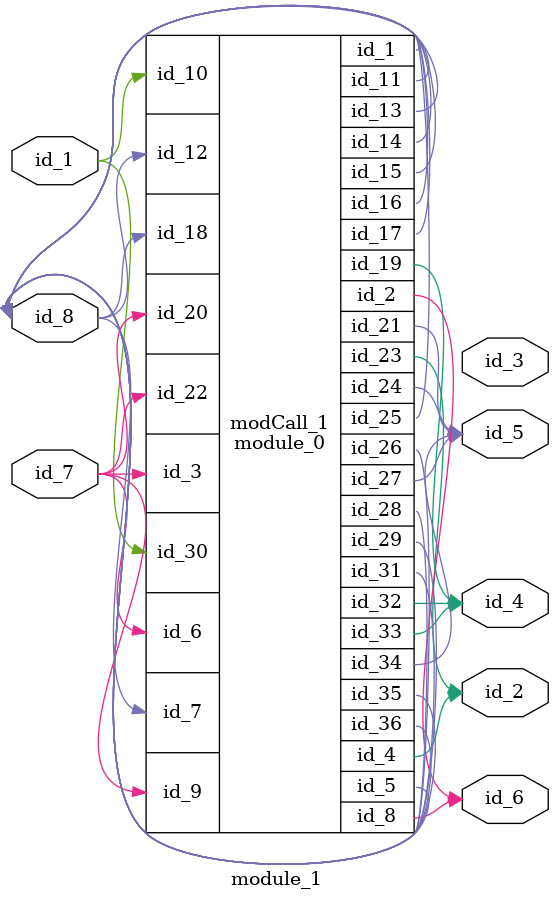
<source format=v>
module module_0 (
    id_1,
    id_2,
    id_3,
    id_4,
    id_5,
    id_6,
    id_7,
    id_8,
    id_9,
    id_10,
    id_11,
    id_12,
    id_13,
    id_14,
    id_15,
    id_16,
    id_17,
    id_18,
    id_19,
    id_20,
    id_21,
    id_22,
    id_23,
    id_24,
    id_25,
    id_26,
    id_27,
    id_28,
    id_29,
    id_30,
    id_31,
    id_32,
    id_33,
    id_34,
    id_35,
    id_36
);
  inout wire id_36;
  inout wire id_35;
  output wire id_34;
  output wire id_33;
  output wire id_32;
  inout wire id_31;
  input wire id_30;
  inout wire id_29;
  inout wire id_28;
  output wire id_27;
  output wire id_26;
  output wire id_25;
  output wire id_24;
  output wire id_23;
  input wire id_22;
  output wire id_21;
  input wire id_20;
  output wire id_19;
  input wire id_18;
  inout wire id_17;
  inout wire id_16;
  inout wire id_15;
  inout wire id_14;
  inout wire id_13;
  input wire id_12;
  inout wire id_11;
  input wire id_10;
  input wire id_9;
  output wire id_8;
  input wire id_7;
  input wire id_6;
  inout wire id_5;
  output wire id_4;
  input wire id_3;
  output wire id_2;
  inout wire id_1;
endmodule
module module_1 (
    id_1,
    id_2,
    id_3,
    id_4,
    id_5,
    id_6,
    id_7,
    id_8
);
  inout wire id_8;
  input wire id_7;
  output wire id_6;
  output wire id_5;
  output wire id_4;
  output wire id_3;
  output wire id_2;
  module_0 modCall_1 (
      id_8,
      id_6,
      id_7,
      id_2,
      id_8,
      id_7,
      id_8,
      id_6,
      id_7,
      id_1,
      id_8,
      id_8,
      id_8,
      id_8,
      id_8,
      id_8,
      id_8,
      id_8,
      id_4,
      id_7,
      id_5,
      id_7,
      id_2,
      id_5,
      id_8,
      id_8,
      id_5,
      id_8,
      id_8,
      id_1,
      id_8,
      id_4,
      id_4,
      id_5,
      id_8,
      id_8
  );
  input wire id_1;
  wire id_9;
  ;
endmodule

</source>
